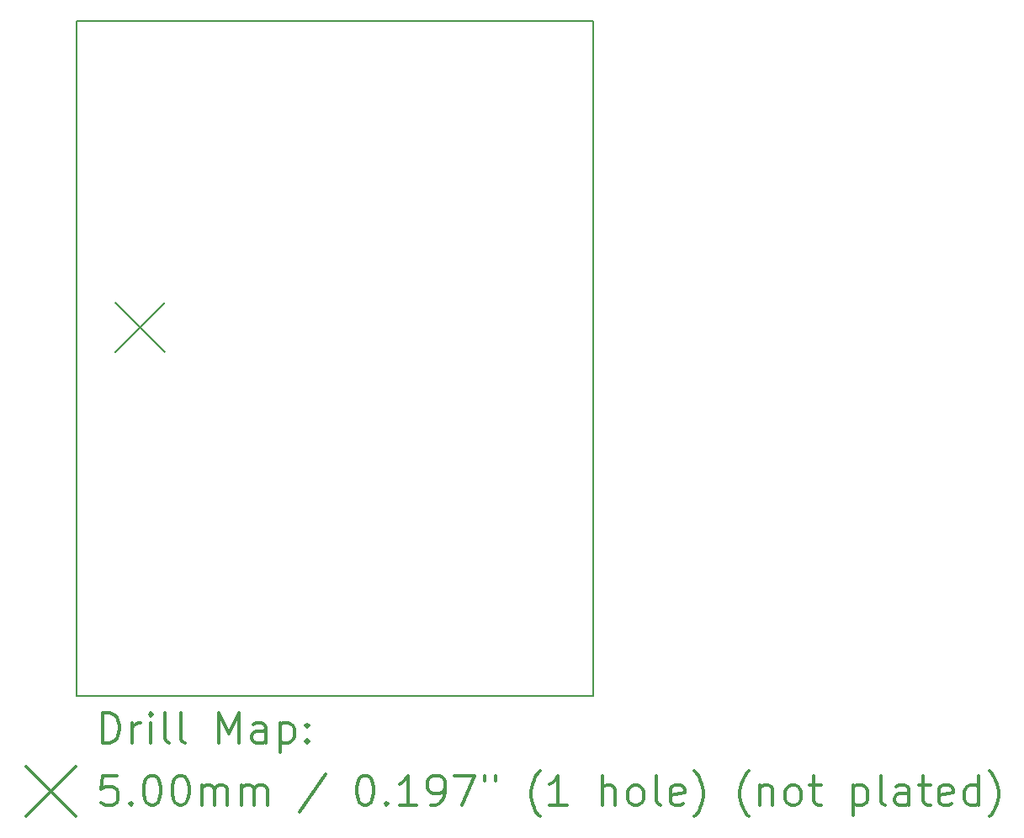
<source format=gbr>
%FSLAX45Y45*%
G04 Gerber Fmt 4.5, Leading zero omitted, Abs format (unit mm)*
G04 Created by KiCad (PCBNEW 4.0.7) date Wed Apr 18 22:54:56 2018*
%MOMM*%
%LPD*%
G01*
G04 APERTURE LIST*
%ADD10C,0.127000*%
%ADD11C,0.150000*%
%ADD12C,0.200000*%
%ADD13C,0.300000*%
G04 APERTURE END LIST*
D10*
D11*
X10000000Y-16800000D02*
X10000000Y-10000000D01*
X15200000Y-16800000D02*
X10000000Y-16800000D01*
X15200000Y-10000000D02*
X15200000Y-16800000D01*
X10000000Y-10000000D02*
X15200000Y-10000000D01*
D12*
X10390000Y-12840000D02*
X10890000Y-13340000D01*
X10890000Y-12840000D02*
X10390000Y-13340000D01*
D13*
X10263929Y-17273214D02*
X10263929Y-16973214D01*
X10335357Y-16973214D01*
X10378214Y-16987500D01*
X10406786Y-17016072D01*
X10421071Y-17044643D01*
X10435357Y-17101786D01*
X10435357Y-17144643D01*
X10421071Y-17201786D01*
X10406786Y-17230357D01*
X10378214Y-17258929D01*
X10335357Y-17273214D01*
X10263929Y-17273214D01*
X10563929Y-17273214D02*
X10563929Y-17073214D01*
X10563929Y-17130357D02*
X10578214Y-17101786D01*
X10592500Y-17087500D01*
X10621071Y-17073214D01*
X10649643Y-17073214D01*
X10749643Y-17273214D02*
X10749643Y-17073214D01*
X10749643Y-16973214D02*
X10735357Y-16987500D01*
X10749643Y-17001786D01*
X10763929Y-16987500D01*
X10749643Y-16973214D01*
X10749643Y-17001786D01*
X10935357Y-17273214D02*
X10906786Y-17258929D01*
X10892500Y-17230357D01*
X10892500Y-16973214D01*
X11092500Y-17273214D02*
X11063929Y-17258929D01*
X11049643Y-17230357D01*
X11049643Y-16973214D01*
X11435357Y-17273214D02*
X11435357Y-16973214D01*
X11535357Y-17187500D01*
X11635357Y-16973214D01*
X11635357Y-17273214D01*
X11906786Y-17273214D02*
X11906786Y-17116072D01*
X11892500Y-17087500D01*
X11863928Y-17073214D01*
X11806786Y-17073214D01*
X11778214Y-17087500D01*
X11906786Y-17258929D02*
X11878214Y-17273214D01*
X11806786Y-17273214D01*
X11778214Y-17258929D01*
X11763928Y-17230357D01*
X11763928Y-17201786D01*
X11778214Y-17173214D01*
X11806786Y-17158929D01*
X11878214Y-17158929D01*
X11906786Y-17144643D01*
X12049643Y-17073214D02*
X12049643Y-17373214D01*
X12049643Y-17087500D02*
X12078214Y-17073214D01*
X12135357Y-17073214D01*
X12163928Y-17087500D01*
X12178214Y-17101786D01*
X12192500Y-17130357D01*
X12192500Y-17216072D01*
X12178214Y-17244643D01*
X12163928Y-17258929D01*
X12135357Y-17273214D01*
X12078214Y-17273214D01*
X12049643Y-17258929D01*
X12321071Y-17244643D02*
X12335357Y-17258929D01*
X12321071Y-17273214D01*
X12306786Y-17258929D01*
X12321071Y-17244643D01*
X12321071Y-17273214D01*
X12321071Y-17087500D02*
X12335357Y-17101786D01*
X12321071Y-17116072D01*
X12306786Y-17101786D01*
X12321071Y-17087500D01*
X12321071Y-17116072D01*
X9492500Y-17517500D02*
X9992500Y-18017500D01*
X9992500Y-17517500D02*
X9492500Y-18017500D01*
X10406786Y-17603214D02*
X10263929Y-17603214D01*
X10249643Y-17746072D01*
X10263929Y-17731786D01*
X10292500Y-17717500D01*
X10363929Y-17717500D01*
X10392500Y-17731786D01*
X10406786Y-17746072D01*
X10421071Y-17774643D01*
X10421071Y-17846072D01*
X10406786Y-17874643D01*
X10392500Y-17888929D01*
X10363929Y-17903214D01*
X10292500Y-17903214D01*
X10263929Y-17888929D01*
X10249643Y-17874643D01*
X10549643Y-17874643D02*
X10563929Y-17888929D01*
X10549643Y-17903214D01*
X10535357Y-17888929D01*
X10549643Y-17874643D01*
X10549643Y-17903214D01*
X10749643Y-17603214D02*
X10778214Y-17603214D01*
X10806786Y-17617500D01*
X10821071Y-17631786D01*
X10835357Y-17660357D01*
X10849643Y-17717500D01*
X10849643Y-17788929D01*
X10835357Y-17846072D01*
X10821071Y-17874643D01*
X10806786Y-17888929D01*
X10778214Y-17903214D01*
X10749643Y-17903214D01*
X10721071Y-17888929D01*
X10706786Y-17874643D01*
X10692500Y-17846072D01*
X10678214Y-17788929D01*
X10678214Y-17717500D01*
X10692500Y-17660357D01*
X10706786Y-17631786D01*
X10721071Y-17617500D01*
X10749643Y-17603214D01*
X11035357Y-17603214D02*
X11063929Y-17603214D01*
X11092500Y-17617500D01*
X11106786Y-17631786D01*
X11121071Y-17660357D01*
X11135357Y-17717500D01*
X11135357Y-17788929D01*
X11121071Y-17846072D01*
X11106786Y-17874643D01*
X11092500Y-17888929D01*
X11063929Y-17903214D01*
X11035357Y-17903214D01*
X11006786Y-17888929D01*
X10992500Y-17874643D01*
X10978214Y-17846072D01*
X10963929Y-17788929D01*
X10963929Y-17717500D01*
X10978214Y-17660357D01*
X10992500Y-17631786D01*
X11006786Y-17617500D01*
X11035357Y-17603214D01*
X11263928Y-17903214D02*
X11263928Y-17703214D01*
X11263928Y-17731786D02*
X11278214Y-17717500D01*
X11306786Y-17703214D01*
X11349643Y-17703214D01*
X11378214Y-17717500D01*
X11392500Y-17746072D01*
X11392500Y-17903214D01*
X11392500Y-17746072D02*
X11406786Y-17717500D01*
X11435357Y-17703214D01*
X11478214Y-17703214D01*
X11506786Y-17717500D01*
X11521071Y-17746072D01*
X11521071Y-17903214D01*
X11663928Y-17903214D02*
X11663928Y-17703214D01*
X11663928Y-17731786D02*
X11678214Y-17717500D01*
X11706786Y-17703214D01*
X11749643Y-17703214D01*
X11778214Y-17717500D01*
X11792500Y-17746072D01*
X11792500Y-17903214D01*
X11792500Y-17746072D02*
X11806786Y-17717500D01*
X11835357Y-17703214D01*
X11878214Y-17703214D01*
X11906786Y-17717500D01*
X11921071Y-17746072D01*
X11921071Y-17903214D01*
X12506786Y-17588929D02*
X12249643Y-17974643D01*
X12892500Y-17603214D02*
X12921071Y-17603214D01*
X12949643Y-17617500D01*
X12963928Y-17631786D01*
X12978214Y-17660357D01*
X12992500Y-17717500D01*
X12992500Y-17788929D01*
X12978214Y-17846072D01*
X12963928Y-17874643D01*
X12949643Y-17888929D01*
X12921071Y-17903214D01*
X12892500Y-17903214D01*
X12863928Y-17888929D01*
X12849643Y-17874643D01*
X12835357Y-17846072D01*
X12821071Y-17788929D01*
X12821071Y-17717500D01*
X12835357Y-17660357D01*
X12849643Y-17631786D01*
X12863928Y-17617500D01*
X12892500Y-17603214D01*
X13121071Y-17874643D02*
X13135357Y-17888929D01*
X13121071Y-17903214D01*
X13106786Y-17888929D01*
X13121071Y-17874643D01*
X13121071Y-17903214D01*
X13421071Y-17903214D02*
X13249643Y-17903214D01*
X13335357Y-17903214D02*
X13335357Y-17603214D01*
X13306785Y-17646072D01*
X13278214Y-17674643D01*
X13249643Y-17688929D01*
X13563928Y-17903214D02*
X13621071Y-17903214D01*
X13649643Y-17888929D01*
X13663928Y-17874643D01*
X13692500Y-17831786D01*
X13706785Y-17774643D01*
X13706785Y-17660357D01*
X13692500Y-17631786D01*
X13678214Y-17617500D01*
X13649643Y-17603214D01*
X13592500Y-17603214D01*
X13563928Y-17617500D01*
X13549643Y-17631786D01*
X13535357Y-17660357D01*
X13535357Y-17731786D01*
X13549643Y-17760357D01*
X13563928Y-17774643D01*
X13592500Y-17788929D01*
X13649643Y-17788929D01*
X13678214Y-17774643D01*
X13692500Y-17760357D01*
X13706785Y-17731786D01*
X13806785Y-17603214D02*
X14006785Y-17603214D01*
X13878214Y-17903214D01*
X14106786Y-17603214D02*
X14106786Y-17660357D01*
X14221071Y-17603214D02*
X14221071Y-17660357D01*
X14663928Y-18017500D02*
X14649643Y-18003214D01*
X14621071Y-17960357D01*
X14606785Y-17931786D01*
X14592500Y-17888929D01*
X14578214Y-17817500D01*
X14578214Y-17760357D01*
X14592500Y-17688929D01*
X14606785Y-17646072D01*
X14621071Y-17617500D01*
X14649643Y-17574643D01*
X14663928Y-17560357D01*
X14935357Y-17903214D02*
X14763928Y-17903214D01*
X14849643Y-17903214D02*
X14849643Y-17603214D01*
X14821071Y-17646072D01*
X14792500Y-17674643D01*
X14763928Y-17688929D01*
X15292500Y-17903214D02*
X15292500Y-17603214D01*
X15421071Y-17903214D02*
X15421071Y-17746072D01*
X15406785Y-17717500D01*
X15378214Y-17703214D01*
X15335357Y-17703214D01*
X15306785Y-17717500D01*
X15292500Y-17731786D01*
X15606785Y-17903214D02*
X15578214Y-17888929D01*
X15563928Y-17874643D01*
X15549643Y-17846072D01*
X15549643Y-17760357D01*
X15563928Y-17731786D01*
X15578214Y-17717500D01*
X15606785Y-17703214D01*
X15649643Y-17703214D01*
X15678214Y-17717500D01*
X15692500Y-17731786D01*
X15706785Y-17760357D01*
X15706785Y-17846072D01*
X15692500Y-17874643D01*
X15678214Y-17888929D01*
X15649643Y-17903214D01*
X15606785Y-17903214D01*
X15878214Y-17903214D02*
X15849643Y-17888929D01*
X15835357Y-17860357D01*
X15835357Y-17603214D01*
X16106786Y-17888929D02*
X16078214Y-17903214D01*
X16021071Y-17903214D01*
X15992500Y-17888929D01*
X15978214Y-17860357D01*
X15978214Y-17746072D01*
X15992500Y-17717500D01*
X16021071Y-17703214D01*
X16078214Y-17703214D01*
X16106786Y-17717500D01*
X16121071Y-17746072D01*
X16121071Y-17774643D01*
X15978214Y-17803214D01*
X16221071Y-18017500D02*
X16235357Y-18003214D01*
X16263928Y-17960357D01*
X16278214Y-17931786D01*
X16292500Y-17888929D01*
X16306786Y-17817500D01*
X16306786Y-17760357D01*
X16292500Y-17688929D01*
X16278214Y-17646072D01*
X16263928Y-17617500D01*
X16235357Y-17574643D01*
X16221071Y-17560357D01*
X16763928Y-18017500D02*
X16749643Y-18003214D01*
X16721071Y-17960357D01*
X16706786Y-17931786D01*
X16692500Y-17888929D01*
X16678214Y-17817500D01*
X16678214Y-17760357D01*
X16692500Y-17688929D01*
X16706786Y-17646072D01*
X16721071Y-17617500D01*
X16749643Y-17574643D01*
X16763928Y-17560357D01*
X16878214Y-17703214D02*
X16878214Y-17903214D01*
X16878214Y-17731786D02*
X16892500Y-17717500D01*
X16921071Y-17703214D01*
X16963929Y-17703214D01*
X16992500Y-17717500D01*
X17006786Y-17746072D01*
X17006786Y-17903214D01*
X17192500Y-17903214D02*
X17163929Y-17888929D01*
X17149643Y-17874643D01*
X17135357Y-17846072D01*
X17135357Y-17760357D01*
X17149643Y-17731786D01*
X17163929Y-17717500D01*
X17192500Y-17703214D01*
X17235357Y-17703214D01*
X17263929Y-17717500D01*
X17278214Y-17731786D01*
X17292500Y-17760357D01*
X17292500Y-17846072D01*
X17278214Y-17874643D01*
X17263929Y-17888929D01*
X17235357Y-17903214D01*
X17192500Y-17903214D01*
X17378214Y-17703214D02*
X17492500Y-17703214D01*
X17421071Y-17603214D02*
X17421071Y-17860357D01*
X17435357Y-17888929D01*
X17463929Y-17903214D01*
X17492500Y-17903214D01*
X17821071Y-17703214D02*
X17821071Y-18003214D01*
X17821071Y-17717500D02*
X17849643Y-17703214D01*
X17906786Y-17703214D01*
X17935357Y-17717500D01*
X17949643Y-17731786D01*
X17963929Y-17760357D01*
X17963929Y-17846072D01*
X17949643Y-17874643D01*
X17935357Y-17888929D01*
X17906786Y-17903214D01*
X17849643Y-17903214D01*
X17821071Y-17888929D01*
X18135357Y-17903214D02*
X18106786Y-17888929D01*
X18092500Y-17860357D01*
X18092500Y-17603214D01*
X18378214Y-17903214D02*
X18378214Y-17746072D01*
X18363929Y-17717500D01*
X18335357Y-17703214D01*
X18278214Y-17703214D01*
X18249643Y-17717500D01*
X18378214Y-17888929D02*
X18349643Y-17903214D01*
X18278214Y-17903214D01*
X18249643Y-17888929D01*
X18235357Y-17860357D01*
X18235357Y-17831786D01*
X18249643Y-17803214D01*
X18278214Y-17788929D01*
X18349643Y-17788929D01*
X18378214Y-17774643D01*
X18478214Y-17703214D02*
X18592500Y-17703214D01*
X18521072Y-17603214D02*
X18521072Y-17860357D01*
X18535357Y-17888929D01*
X18563929Y-17903214D01*
X18592500Y-17903214D01*
X18806786Y-17888929D02*
X18778214Y-17903214D01*
X18721072Y-17903214D01*
X18692500Y-17888929D01*
X18678214Y-17860357D01*
X18678214Y-17746072D01*
X18692500Y-17717500D01*
X18721072Y-17703214D01*
X18778214Y-17703214D01*
X18806786Y-17717500D01*
X18821072Y-17746072D01*
X18821072Y-17774643D01*
X18678214Y-17803214D01*
X19078214Y-17903214D02*
X19078214Y-17603214D01*
X19078214Y-17888929D02*
X19049643Y-17903214D01*
X18992500Y-17903214D01*
X18963929Y-17888929D01*
X18949643Y-17874643D01*
X18935357Y-17846072D01*
X18935357Y-17760357D01*
X18949643Y-17731786D01*
X18963929Y-17717500D01*
X18992500Y-17703214D01*
X19049643Y-17703214D01*
X19078214Y-17717500D01*
X19192500Y-18017500D02*
X19206786Y-18003214D01*
X19235357Y-17960357D01*
X19249643Y-17931786D01*
X19263929Y-17888929D01*
X19278214Y-17817500D01*
X19278214Y-17760357D01*
X19263929Y-17688929D01*
X19249643Y-17646072D01*
X19235357Y-17617500D01*
X19206786Y-17574643D01*
X19192500Y-17560357D01*
M02*

</source>
